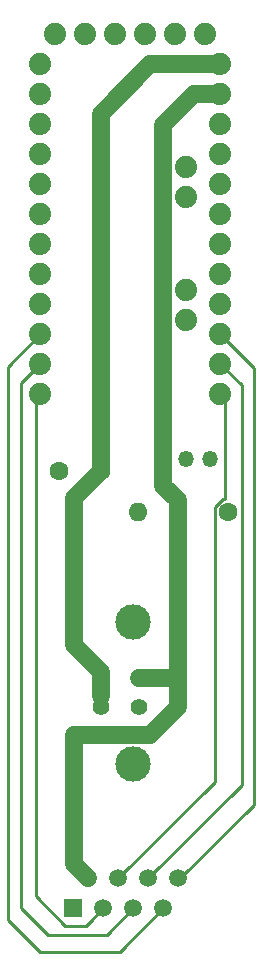
<source format=gbr>
%TF.GenerationSoftware,KiCad,Pcbnew,7.0.6*%
%TF.CreationDate,2023-10-29T14:46:36-05:00*%
%TF.ProjectId,Black Mage Eyes,426c6163-6b20-44d6-9167-652045796573,V01*%
%TF.SameCoordinates,Original*%
%TF.FileFunction,Copper,L1,Top*%
%TF.FilePolarity,Positive*%
%FSLAX46Y46*%
G04 Gerber Fmt 4.6, Leading zero omitted, Abs format (unit mm)*
G04 Created by KiCad (PCBNEW 7.0.6) date 2023-10-29 14:46:36*
%MOMM*%
%LPD*%
G01*
G04 APERTURE LIST*
%TA.AperFunction,ComponentPad*%
%ADD10C,1.600000*%
%TD*%
%TA.AperFunction,ComponentPad*%
%ADD11C,1.879600*%
%TD*%
%TA.AperFunction,ComponentPad*%
%ADD12O,1.600000X1.600000*%
%TD*%
%TA.AperFunction,ComponentPad*%
%ADD13R,1.500000X1.500000*%
%TD*%
%TA.AperFunction,ComponentPad*%
%ADD14C,1.500000*%
%TD*%
%TA.AperFunction,ComponentPad*%
%ADD15R,1.400000X1.400000*%
%TD*%
%TA.AperFunction,ComponentPad*%
%ADD16C,1.400000*%
%TD*%
%TA.AperFunction,ComponentPad*%
%ADD17C,3.000000*%
%TD*%
%TA.AperFunction,ComponentPad*%
%ADD18R,1.350000X1.350000*%
%TD*%
%TA.AperFunction,ComponentPad*%
%ADD19O,1.350000X1.350000*%
%TD*%
%TA.AperFunction,Conductor*%
%ADD20C,0.250000*%
%TD*%
%TA.AperFunction,Conductor*%
%ADD21C,1.500000*%
%TD*%
G04 APERTURE END LIST*
D10*
%TO.P,C1,1*%
%TO.N,Net-(NEO1-5V)*%
X105250000Y-90000000D03*
%TO.P,C1,2*%
%TO.N,Net-(J1-VBUS)*%
X108750000Y-90000000D03*
%TD*%
D11*
%TO.P,U2,JP1_1,DTR*%
%TO.N,unconnected-(U2-DTR-PadJP1_1)*%
X117620000Y-53000000D03*
%TO.P,U2,JP1_2,TXO*%
%TO.N,unconnected-(U2-TXO-PadJP1_2)*%
X115080000Y-53000000D03*
%TO.P,U2,JP1_3,RXI*%
%TO.N,unconnected-(U2-RXI-PadJP1_3)*%
X112540000Y-53000000D03*
%TO.P,U2,JP1_4,VCC*%
%TO.N,unconnected-(U2-VCC-PadJP1_4)*%
X110000000Y-53000000D03*
%TO.P,U2,JP1_5,GND*%
%TO.N,Net-(U2-GND-PadJP1_5)*%
X107460000Y-53000000D03*
%TO.P,U2,JP1_6,GND*%
X104920000Y-53000000D03*
%TO.P,U2,JP2_1,A4*%
%TO.N,unconnected-(U2-A4-PadJP2_1)*%
X115969000Y-66843000D03*
%TO.P,U2,JP2_2,A5*%
%TO.N,unconnected-(U2-A5-PadJP2_2)*%
X115969000Y-64303000D03*
%TO.P,U2,JP3_1,A6*%
%TO.N,unconnected-(U2-A6-PadJP3_1)*%
X115969000Y-77257000D03*
%TO.P,U2,JP3_2,A7*%
%TO.N,unconnected-(U2-A7-PadJP3_2)*%
X115969000Y-74717000D03*
%TO.P,U2,JP6_1,RAW*%
%TO.N,Net-(J1-VBUS)*%
X118890000Y-55540000D03*
%TO.P,U2,JP6_2,GND_1*%
%TO.N,Net-(J1-GND)*%
X118890000Y-58080000D03*
%TO.P,U2,JP6_3,RST_1*%
%TO.N,unconnected-(U2-RST_1-PadJP6_3)*%
X118890000Y-60620000D03*
%TO.P,U2,JP6_4,VCC_1*%
%TO.N,unconnected-(U2-VCC_1-PadJP6_4)*%
X118890000Y-63160000D03*
%TO.P,U2,JP6_5,A3*%
%TO.N,unconnected-(U2-A3-PadJP6_5)*%
X118890000Y-65700000D03*
%TO.P,U2,JP6_6,A2*%
%TO.N,unconnected-(U2-A2-PadJP6_6)*%
X118890000Y-68240000D03*
%TO.P,U2,JP6_7,A1*%
%TO.N,unconnected-(U2-A1-PadJP6_7)*%
X118890000Y-70780000D03*
%TO.P,U2,JP6_8,A0*%
%TO.N,unconnected-(U2-A0-PadJP6_8)*%
X118890000Y-73320000D03*
%TO.P,U2,JP6_9,SCK*%
%TO.N,unconnected-(U2-SCK-PadJP6_9)*%
X118890000Y-75860000D03*
%TO.P,U2,JP6_10,MISO*%
%TO.N,Net-(U2-MISO)*%
X118890000Y-78400000D03*
%TO.P,U2,JP6_11,MOSI*%
%TO.N,Net-(U2-MOSI)*%
X118890000Y-80940000D03*
%TO.P,U2,JP6_12,D10*%
%TO.N,Net-(U2-D10)*%
X118890000Y-83480000D03*
%TO.P,U2,JP7_1,D9*%
%TO.N,Net-(U2-D9)*%
X103650000Y-83480000D03*
%TO.P,U2,JP7_2,D8*%
%TO.N,Net-(U2-D8)*%
X103650000Y-80940000D03*
%TO.P,U2,JP7_3,D7*%
%TO.N,Net-(U2-D7)*%
X103650000Y-78400000D03*
%TO.P,U2,JP7_4,D6*%
%TO.N,Net-(U2-D6)*%
X103650000Y-75860000D03*
%TO.P,U2,JP7_5,D5*%
%TO.N,unconnected-(U2-D5-PadJP7_5)*%
X103650000Y-73320000D03*
%TO.P,U2,JP7_6,D4*%
%TO.N,unconnected-(U2-D4-PadJP7_6)*%
X103650000Y-70780000D03*
%TO.P,U2,JP7_7,D3*%
%TO.N,unconnected-(U2-D3-PadJP7_7)*%
X103650000Y-68240000D03*
%TO.P,U2,JP7_8,D2*%
%TO.N,unconnected-(U2-D2-PadJP7_8)*%
X103650000Y-65700000D03*
%TO.P,U2,JP7_9,GND_2*%
%TO.N,unconnected-(U2-GND_2-PadJP7_9)*%
X103650000Y-63160000D03*
%TO.P,U2,JP7_10,RST_2*%
%TO.N,unconnected-(U2-RST_2-PadJP7_10)*%
X103650000Y-60620000D03*
%TO.P,U2,JP7_11,RXI_2*%
%TO.N,unconnected-(U2-RXI_2-PadJP7_11)*%
X103650000Y-58080000D03*
%TO.P,U2,JP7_12,TXO_2*%
%TO.N,unconnected-(U2-TXO_2-PadJP7_12)*%
X103650000Y-55540000D03*
%TD*%
D10*
%TO.P,R1,1*%
%TO.N,Net-(U2-D6)*%
X119560000Y-93500000D03*
D12*
%TO.P,R1,2*%
%TO.N,Net-(NEO1-Din)*%
X111940000Y-93500000D03*
%TD*%
D13*
%TO.P,J2,1*%
%TO.N,unconnected-(J2-Pad1)*%
X106440000Y-127040000D03*
D14*
%TO.P,J2,2*%
%TO.N,Net-(J1-GND)*%
X107710000Y-124500000D03*
%TO.P,J2,3*%
%TO.N,Net-(U2-D9)*%
X108980000Y-127040000D03*
%TO.P,J2,4*%
%TO.N,Net-(U2-D10)*%
X110250000Y-124500000D03*
%TO.P,J2,5*%
%TO.N,Net-(U2-D8)*%
X111520000Y-127040000D03*
%TO.P,J2,6*%
%TO.N,Net-(U2-MOSI)*%
X112790000Y-124500000D03*
%TO.P,J2,7*%
%TO.N,Net-(U2-D7)*%
X114060000Y-127040000D03*
%TO.P,J2,8*%
%TO.N,Net-(U2-MISO)*%
X115330000Y-124500000D03*
%TD*%
D15*
%TO.P,J1,1,VBUS*%
%TO.N,Net-(J1-VBUS)*%
X108790000Y-107520000D03*
D16*
%TO.P,J1,2,D-*%
%TO.N,unconnected-(J1-D--Pad2)*%
X108790000Y-110020000D03*
%TO.P,J1,3,D+*%
%TO.N,unconnected-(J1-D+-Pad3)*%
X111990000Y-110020000D03*
%TO.P,J1,4,GND*%
%TO.N,Net-(J1-GND)*%
X111990000Y-107520000D03*
D17*
%TO.P,J1,5,Shield*%
%TO.N,unconnected-(J1-Shield-Pad5)*%
X111500000Y-114790000D03*
X111500000Y-102750000D03*
%TD*%
D18*
%TO.P,NEO1,1,GND*%
%TO.N,Net-(J1-GND)*%
X114000000Y-89000000D03*
D19*
%TO.P,NEO1,2,Din*%
%TO.N,Net-(NEO1-Din)*%
X116000000Y-89000000D03*
%TO.P,NEO1,3,5V*%
%TO.N,Net-(NEO1-5V)*%
X118000000Y-89000000D03*
%TD*%
D20*
%TO.N,Net-(U2-D7)*%
X110350000Y-130750000D02*
X103625000Y-130750000D01*
X103625000Y-130750000D02*
X100875000Y-128000000D01*
X114060000Y-127040000D02*
X110350000Y-130750000D01*
X100875000Y-81175000D02*
X100875000Y-128000000D01*
%TO.N,Net-(U2-D8)*%
X109310000Y-129250000D02*
X104250000Y-129250000D01*
X104250000Y-129250000D02*
X102000000Y-127000000D01*
X111520000Y-127040000D02*
X109310000Y-129250000D01*
X102000000Y-82590000D02*
X102000000Y-127000000D01*
%TO.N,Net-(U2-D9)*%
X105750000Y-128500000D02*
X103250000Y-126000000D01*
X107500000Y-128500000D02*
X105750000Y-128500000D01*
X107885000Y-128115000D02*
X107500000Y-128500000D01*
X107905000Y-128115000D02*
X107885000Y-128115000D01*
X103250000Y-83880000D02*
X103650000Y-83480000D01*
X108980000Y-127040000D02*
X107905000Y-128115000D01*
X103250000Y-126000000D02*
X103250000Y-83880000D01*
X108980000Y-127020000D02*
X108980000Y-127040000D01*
X108980000Y-127020000D02*
X109000000Y-127000000D01*
%TO.N,Net-(U2-MOSI)*%
X120685000Y-82735000D02*
X118890000Y-80940000D01*
X120685000Y-116565000D02*
X120685000Y-82735000D01*
X112790000Y-124460000D02*
X120685000Y-116565000D01*
X112790000Y-124500000D02*
X112790000Y-124460000D01*
%TO.N,Net-(U2-MISO)*%
X121750000Y-81260000D02*
X118890000Y-78400000D01*
X115500000Y-124500000D02*
X121750000Y-118250000D01*
X115330000Y-124500000D02*
X115500000Y-124500000D01*
X121750000Y-118250000D02*
X121750000Y-81260000D01*
%TO.N,Net-(U2-D10)*%
X118435000Y-116315000D02*
X110250000Y-124500000D01*
X119094009Y-92375000D02*
X118435000Y-93034009D01*
X118435000Y-93034009D02*
X118435000Y-116315000D01*
X119273750Y-83863750D02*
X119273750Y-92375000D01*
X118890000Y-83480000D02*
X119273750Y-83863750D01*
X119273750Y-92375000D02*
X119094009Y-92375000D01*
D21*
%TO.N,Net-(J1-GND)*%
X115250000Y-110000000D02*
X115250000Y-108007500D01*
X112910000Y-112340000D02*
X115250000Y-110000000D01*
X106500000Y-112340000D02*
X112910000Y-112340000D01*
X106500000Y-123290000D02*
X106500000Y-112340000D01*
X107710000Y-124500000D02*
X106500000Y-123290000D01*
X112010000Y-107500000D02*
X111990000Y-107520000D01*
X114742500Y-107500000D02*
X112010000Y-107500000D01*
X115250000Y-108007500D02*
X114742500Y-107500000D01*
%TO.N,Net-(J1-VBUS)*%
X108787500Y-109017500D02*
X108790000Y-109020000D01*
X106500000Y-104750000D02*
X108787500Y-107037500D01*
X106500000Y-92250000D02*
X106500000Y-104750000D01*
X108787500Y-107037500D02*
X108787500Y-109017500D01*
X108750000Y-90000000D02*
X106500000Y-92250000D01*
X108750000Y-90000000D02*
X108750000Y-59750000D01*
X108750000Y-59750000D02*
X112960000Y-55540000D01*
X112960000Y-55540000D02*
X118890000Y-55540000D01*
%TO.N,Net-(J1-GND)*%
X114000000Y-89000000D02*
X114000000Y-60750000D01*
X114000000Y-91250000D02*
X115250000Y-92500000D01*
X114000000Y-89000000D02*
X114000000Y-91250000D01*
X114000000Y-60750000D02*
X116670000Y-58080000D01*
X115250000Y-92500000D02*
X115250000Y-108007500D01*
X116670000Y-58080000D02*
X118890000Y-58080000D01*
D20*
%TO.N,Net-(U2-D7)*%
X103650000Y-78400000D02*
X100875000Y-81175000D01*
%TO.N,Net-(U2-D8)*%
X103650000Y-80940000D02*
X102000000Y-82590000D01*
%TD*%
M02*

</source>
